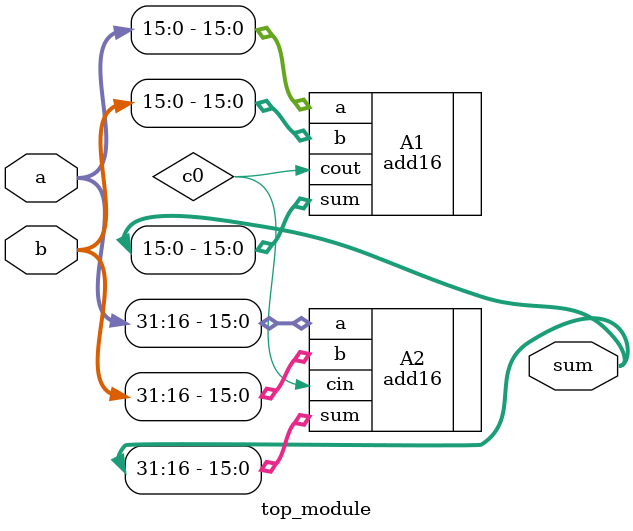
<source format=v>
module top_module(
    input [31:0] a,
    input [31:0] b,
    output [31:0] sum
);
    wire c0;
    add16 A1(.a(a[15:0]), .b(b[15:0]),.sum(sum[15:0]), .cout(c0));
    add16 A2(.a(a[31:16]), .b(b[31:16]), .cin(c0), .sum(sum[31:16]));

endmodule

</source>
